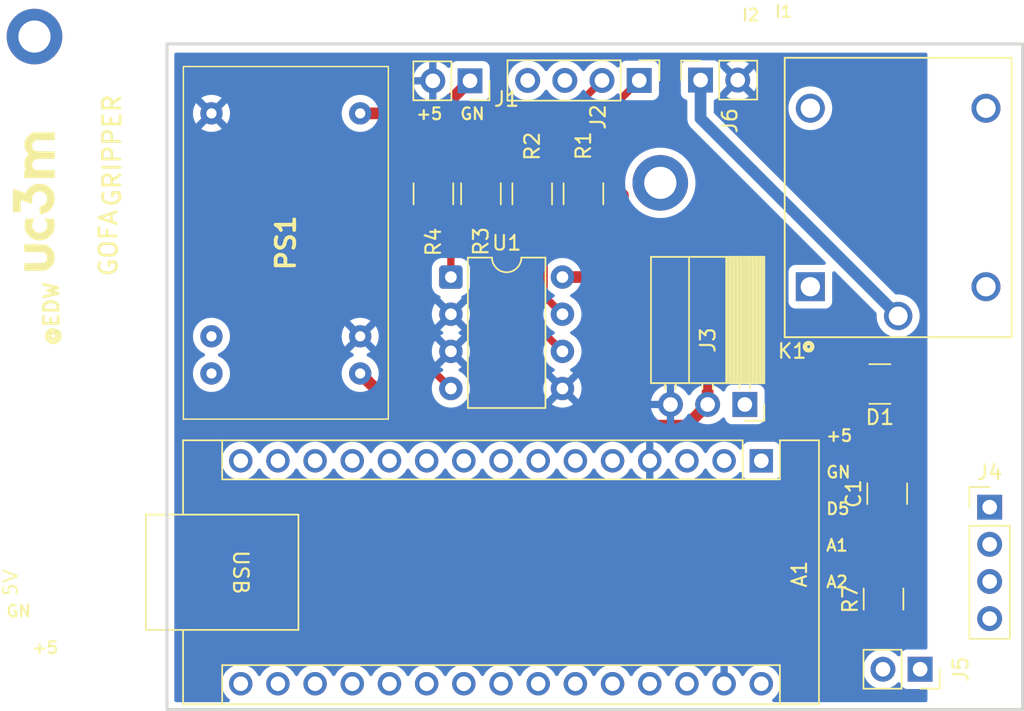
<source format=kicad_pcb>
(kicad_pcb (version 20241229) (generator "pcbnew") (generator_version "9.0")
  (layers (0 "F.Cu" signal) (2 "B.Cu" signal) (13 "F.Paste" user) (15 "B.Paste" user) (5 "F.SilkS" user "F.Silkscreen") (7 "B.SilkS" user "B.Silkscreen") (1 "F.Mask" user) (3 "B.Mask" user) (25 "Edge.Cuts" user))
  (net 0 "")
  (net 1 "+5V")
  (net 2 "GND")
  (net 3 "+24V")
  (net 4 "Net-(J2-Pin_2)")
  (net 5 "Net-(J2-Pin_1)")
  (net 6 "/PWM")
  (net 9 "/DI1")
  (net 10 "/DI2")
  (net 11 "Net-(U1-A1)")
  (net 12 "Net-(U1-A2)")
  (net 23 "Net-(A1-A1)")
  (net 29 "/D5")
  (net 34 "Net-(A1-A2)")
  (net 36 "/MagnetDO")
  (net 37 "Net-(D1-K)")
  (net 40 "Net-(J6-Pin_1)")
  (footprint "Relay_THT:RELAY_SRD-05VDC-SL-C" (layer "F.Cu") (at 139 83.5 90)
    (property "Reference" "K1" (at -10.5 -7.25 0) (layer "F.SilkS") (effects (font (size 1.000094 1.000094))))
    (property "Value" "SRD-05VDC-SL-C")
    (fp_line (start 9.55 -7.75) (end 9.55 7.75) (stroke (width 0.127)) (layer "F.SilkS"))
    (fp_line (start -9.55 -7.75) (end 9.55 -7.75) (stroke (width 0.127)) (layer "F.SilkS"))
    (fp_line (start 9.55 7.75) (end -9.55 7.75) (stroke (width 0.127)) (layer "F.SilkS"))
    (fp_line (start -9.55 7.75) (end -9.55 -7.75) (stroke (width 0.127)) (layer "F.SilkS"))
    (fp_circle (center -10.2 -6.119) (end -10.1 -6.119) (stroke (width 0.3)) (fill no) (layer "F.SilkS"))
    (pad "A1" thru_hole rect (at -6.1 -6 90) (size 1.98 1.98) (drill 1.32) (layers "*.Cu" "*.Mask") (net 36 "/MagnetDO"))
    (pad "A2" thru_hole circle (at -6.1 6 90) (size 1.98 1.98) (drill 1.32) (layers "*.Cu" "*.Mask") (net 2 "GND"))
    (pad "COM" thru_hole circle (at -8.1 0 90) (size 1.935 1.935) (drill 1.29) (layers "*.Cu" "*.Mask") (net 40 "Net-(J6-Pin_1)"))
    (pad "NC" thru_hole circle (at 6.1 -6 90) (size 1.98 1.98) (drill 1.32) (layers "*.Cu" "*.Mask"))
    (pad "NO" thru_hole circle (at 6.1 6 90) (size 1.98 1.98) (drill 1.32) (layers "*.Cu" "*.Mask") (net 37 "Net-(D1-K)"))
  )
  (footprint "Capacitor_SMD:C_1210_3225Metric" (layer "F.Cu") (at 138.25 103.75 90)
    (property "Reference" "C1" (at 0 -2.3 90) (layer "F.SilkS"))
    (property "Value" "C" (hide yes))
    (fp_line (start -0.711252 -1.36) (end 0.711252 -1.36) (stroke (width 0.12)) (layer "F.SilkS"))
    (fp_line (start -0.711252 1.36) (end 0.711252 1.36) (stroke (width 0.12)) (layer "F.SilkS"))
    (pad "1" smd roundrect (at -1.475 0 90) (size 1.15 2.7) (layers "F.Cu" "F.Mask" "F.Paste") (roundrect_rratio 0.217391) (net 1 "+5V"))
    (pad "2" smd roundrect (at 1.475 0 90) (size 1.15 2.7) (layers "F.Cu" "F.Mask" "F.Paste") (roundrect_rratio 0.217391) (net 2 "GND"))
  )
  (footprint "MountingHole:MountingHole_2.2mm_M2_DIN965_Pad" (layer "F.Cu") (at 122.75 82.5)
    (property "Reference" "H2" (hide yes))
    (property "Value" "MountingHole" (hide yes))
    (pad "1" thru_hole circle (at 0 0) (size 3.8 3.8) (drill 2.2) (layers "*.Cu" "*.Mask"))
  )
  (footprint "Resistor_SMD:R_1210_3225Metric" (layer "F.Cu") (at 117.5 83.25 -90)
    (property "Reference" "R1" (at -3.2875 0 90) (layer "F.SilkS"))
    (property "Value" "10k" (hide yes))
    (fp_line (start -0.723737 1.355) (end 0.723737 1.355) (stroke (width 0.12)) (layer "F.SilkS"))
    (fp_line (start -0.723737 -1.355) (end 0.723737 -1.355) (stroke (width 0.12)) (layer "F.SilkS"))
    (pad "1" smd roundrect (at -1.4625 0 270) (size 1.125 2.65) (layers "F.Cu" "F.Mask" "F.Paste") (roundrect_rratio 0.222222) (net 1 "+5V"))
    (pad "2" smd roundrect (at 1.4625 0 270) (size 1.125 2.65) (layers "F.Cu" "F.Mask" "F.Paste") (roundrect_rratio 0.222222) (net 9 "/DI1"))
  )
  (footprint "Resistor_SMD:R_1210_3225Metric" (layer "F.Cu") (at 107.25 83.25 -90)
    (property "Reference" "R4" (at 3.2875 0 90) (layer "F.SilkS"))
    (property "Value" "2k7" (hide yes))
    (fp_line (start -0.723737 1.355) (end 0.723737 1.355) (stroke (width 0.12)) (layer "F.SilkS"))
    (fp_line (start -0.723737 -1.355) (end 0.723737 -1.355) (stroke (width 0.12)) (layer "F.SilkS"))
    (pad "1" smd roundrect (at -1.4625 0 270) (size 1.125 2.65) (layers "F.Cu" "F.Mask" "F.Paste") (roundrect_rratio 0.222222) (net 4 "Net-(J2-Pin_2)"))
    (pad "2" smd roundrect (at 1.4625 0 270) (size 1.125 2.65) (layers "F.Cu" "F.Mask" "F.Paste") (roundrect_rratio 0.222222) (net 12 "Net-(U1-A2)"))
  )
  (footprint "Connector_PinHeader_2.54mm:PinHeader_1x04_P2.54mm_Vertical" (layer "F.Cu") (at 121.31 75.5 -90)
    (property "Reference" "J2" (at 2.5 2.81 270) (layer "F.SilkS"))
    (property "Value" "Input" (hide yes))
    (fp_line (start -1.38 9) (end 1.38 9) (stroke (width 0.12)) (layer "F.SilkS"))
    (fp_line (start -1.38 1.27) (end -1.38 9) (stroke (width 0.12)) (layer "F.SilkS"))
    (fp_line (start -1.38 1.27) (end 1.38 1.27) (stroke (width 0.12)) (layer "F.SilkS"))
    (fp_line (start 1.38 1.27) (end 1.38 9) (stroke (width 0.12)) (layer "F.SilkS"))
    (fp_line (start -1.38 0) (end -1.38 -1.38) (stroke (width 0.12)) (layer "F.SilkS"))
    (fp_line (start -1.38 -1.38) (end 0 -1.38) (stroke (width 0.12)) (layer "F.SilkS"))
    (pad "1" thru_hole rect (at 0 0 270) (size 1.7 1.7) (drill 1) (layers "*.Cu" "*.Mask") (net 5 "Net-(J2-Pin_1)"))
    (pad "2" thru_hole circle (at 0 2.54 270) (size 1.7 1.7) (drill 1) (layers "*.Cu" "*.Mask") (net 4 "Net-(J2-Pin_2)"))
    (pad "3" thru_hole circle (at 0 5.08 270) (size 1.7 1.7) (drill 1) (layers "*.Cu" "*.Mask"))
    (pad "4" thru_hole circle (at 0 7.62 270) (size 1.7 1.7) (drill 1) (layers "*.Cu" "*.Mask"))
  )
  (footprint "MountingHole:MountingHole_2.2mm_M2_DIN965_Pad" (layer "F.Cu") (at 80 72.5)
    (property "Reference" "H2" (hide yes))
    (property "Value" "MountingHole_2.2mm_M2_DIN965_Pad" (hide yes))
    (pad "1" thru_hole circle (at 0 0) (size 3.8 3.8) (drill 2.2) (layers "*.Cu" "*.Mask"))
  )
  (footprint "Resistor_SMD:R_1210_3225Metric_Pad1.30x2.65mm_HandSolder" (layer "F.Cu") (at 138 110.95 90)
    (property "Reference" "R7" (at 0 -2.28 90) (layer "F.SilkS"))
    (property "Value" "R" (hide yes))
    (fp_line (start -0.723737 -1.355) (end 0.723737 -1.355) (stroke (width 0.12)) (layer "F.SilkS"))
    (fp_line (start -0.723737 1.355) (end 0.723737 1.355) (stroke (width 0.12)) (layer "F.SilkS"))
    (pad "1" smd roundrect (at -1.55 0 90) (size 1.3 2.65) (layers "F.Cu" "F.Mask" "F.Paste") (roundrect_rratio 0.192308) (net 34 "Net-(A1-A2)"))
    (pad "2" smd roundrect (at 1.55 0 90) (size 1.3 2.65) (layers "F.Cu" "F.Mask" "F.Paste") (roundrect_rratio 0.192308) (net 2 "GND"))
  )
  (footprint "Connector_PinSocket_2.54mm:PinSocket_1x03_P2.54mm_Horizontal" (layer "F.Cu") (at 128.525 97.65 -90)
    (property "Reference" "J3" (at -4.4 2.525 90) (layer "F.SilkS"))
    (property "Value" "Servo" (hide yes))
    (fp_line (start -10.09 6.41) (end -1.46 6.41) (stroke (width 0.12)) (layer "F.SilkS"))
    (fp_line (start -1.46 5.44) (end -1.05 5.44) (stroke (width 0.12)) (layer "F.SilkS"))
    (fp_line (start -1.46 4.72) (end -1.05 4.72) (stroke (width 0.12)) (layer "F.SilkS"))
    (fp_line (start -10.09 3.81) (end -1.46 3.81) (stroke (width 0.12)) (layer "F.SilkS"))
    (fp_line (start -1.46 2.9) (end -1.05 2.9) (stroke (width 0.12)) (layer "F.SilkS"))
    (fp_line (start -1.46 2.18) (end -1.05 2.18) (stroke (width 0.12)) (layer "F.SilkS"))
    (fp_line (start -10.09 1.27) (end -1.46 1.27) (stroke (width 0.12)) (layer "F.SilkS"))
    (fp_line (start -10.09 1.1519) (end -1.46 1.1519) (stroke (width 0.12)) (layer "F.SilkS"))
    (fp_line (start -10.09 1.033805) (end -1.46 1.033805) (stroke (width 0.12)) (layer "F.SilkS"))
    (fp_line (start -10.09 0.91571) (end -1.46 0.91571) (stroke (width 0.12)) (layer "F.SilkS"))
    (fp_line (start -10.09 0.797615) (end -1.46 0.797615) (stroke (width 0.12)) (layer "F.SilkS"))
    (fp_line (start -10.09 0.67952) (end -1.46 0.67952) (stroke (width 0.12)) (layer "F.SilkS"))
    (fp_line (start -10.09 0.561425) (end -1.46 0.561425) (stroke (width 0.12)) (layer "F.SilkS"))
    (fp_line (start -10.09 0.44333) (end -1.46 0.44333) (stroke (width 0.12)) (layer "F.SilkS"))
    (fp_line (start -1.46 0.36) (end -1.11 0.36) (stroke (width 0.12)) (layer "F.SilkS"))
    (fp_line (start -10.09 0.325235) (end -1.46 0.325235) (stroke (width 0.12)) (layer "F.SilkS"))
    (fp_line (start -10.09 0.20714) (end -1.46 0.20714) (stroke (width 0.12)) (layer "F.SilkS"))
    (fp_line (start -10.09 0.089045) (end -1.46 0.089045) (stroke (width 0.12)) (layer "F.SilkS"))
    (fp_line (start -10.09 -0.02905) (end -1.46 -0.02905) (stroke (width 0.12)) (layer "F.SilkS"))
    (fp_line (start -10.09 -0.147145) (end -1.46 -0.147145) (stroke (width 0.12)) (layer "F.SilkS"))
    (fp_line (start -10.09 -0.26524) (end -1.46 -0.26524) (stroke (width 0.12)) (layer "F.SilkS"))
    (fp_line (start -1.46 -0.36) (end -1.11 -0.36) (stroke (width 0.12)) (layer "F.SilkS"))
    (fp_line (start -10.09 -0.383335) (end -1.46 -0.383335) (stroke (width 0.12)) (layer "F.SilkS"))
    (fp_line (start -10.09 -0.50143) (end -1.46 -0.50143) (stroke (width 0.12)) (layer "F.SilkS"))
    (fp_line (start -10.09 -0.619525) (end -1.46 -0.619525) (stroke (width 0.12)) (layer "F.SilkS"))
    (fp_line (start -10.09 -0.73762) (end -1.46 -0.73762) (stroke (width 0.12)) (layer "F.SilkS"))
    (fp_line (start -10.09 -0.855715) (end -1.46 -0.855715) (stroke (width 0.12)) (layer "F.SilkS"))
    (fp_line (start -10.09 -0.97381) (end -1.46 -0.97381) (stroke (width 0.12)) (layer "F.SilkS"))
    (fp_line (start -10.09 -1.091905) (end -1.46 -1.091905) (stroke (width 0.12)) (layer "F.SilkS"))
    (fp_line (start -10.09 -1.21) (end -1.46 -1.21) (stroke (width 0.12)) (layer "F.SilkS"))
    (fp_line (start -10.09 -1.33) (end -10.09 6.41) (stroke (width 0.12)) (layer "F.SilkS"))
    (fp_line (start -10.09 -1.33) (end -1.46 -1.33) (stroke (width 0.12)) (layer "F.SilkS"))
    (fp_line (start -1.46 -1.33) (end -1.46 6.41) (stroke (width 0.12)) (layer "F.SilkS"))
    (fp_line (start 0 -1.33) (end 1.11 -1.33) (stroke (width 0.12)) (layer "F.SilkS"))
    (fp_line (start 1.11 -1.33) (end 1.11 0) (stroke (width 0.12)) (layer "F.SilkS"))
    (pad "1" thru_hole rect (at 0 0 270) (size 1.7 1.7) (drill 1) (layers "*.Cu" "*.Mask") (net 6 "/PWM"))
    (pad "2" thru_hole oval (at 0 2.54 270) (size 1.7 1.7) (drill 1) (layers "*.Cu" "*.Mask") (net 1 "+5V"))
    (pad "3" thru_hole oval (at 0 5.08 270) (size 1.7 1.7) (drill 1) (layers "*.Cu" "*.Mask") (net 2 "GND"))
  )
  (footprint "Module:Arduino_Nano" (layer "F.Cu") (at 129.65 101.5 -90)
    (property "Reference" "A1" (at 7.75 -2.6 90) (layer "F.SilkS"))
    (property "Value" "Arduino_Nano_Every")
    (fp_line (start 3.68 42.04) (end 3.68 31.62) (stroke (width 0.12)) (layer "F.SilkS"))
    (fp_line (start 11.56 42.04) (end 3.68 42.04) (stroke (width 0.12)) (layer "F.SilkS"))
    (fp_line (start -1.4 39.5) (end 3.68 39.5) (stroke (width 0.12)) (layer "F.SilkS"))
    (fp_line (start 16.64 39.5) (end 11.56 39.5) (stroke (width 0.12)) (layer "F.SilkS"))
    (fp_line (start 16.64 39.5) (end 16.64 -3.94) (stroke (width 0.12)) (layer "F.SilkS"))
    (fp_line (start 1.27 36.83) (end -1.4 36.83) (stroke (width 0.12)) (layer "F.SilkS"))
    (fp_line (start 13.97 36.83) (end 16.64 36.83) (stroke (width 0.12)) (layer "F.SilkS"))
    (fp_line (start 3.68 31.62) (end 11.56 31.62) (stroke (width 0.12)) (layer "F.SilkS"))
    (fp_line (start 11.56 31.62) (end 11.56 42.04) (stroke (width 0.12)) (layer "F.SilkS"))
    (fp_line (start -1.4 1.27) (end -1.4 39.5) (stroke (width 0.12)) (layer "F.SilkS"))
    (fp_line (start 1.27 1.27) (end 1.27 36.83) (stroke (width 0.12)) (layer "F.SilkS"))
    (fp_line (start 1.27 1.27) (end -1.4 1.27) (stroke (width 0.12)) (layer "F.SilkS"))
    (fp_line (start 1.27 1.27) (end 1.27 -1.27) (stroke (width 0.12)) (layer "F.SilkS"))
    (fp_line (start 1.27 -1.27) (end -1.4 -1.27) (stroke (width 0.12)) (layer "F.SilkS"))
    (fp_line (start 13.97 -1.27) (end 13.97 36.83) (stroke (width 0.12)) (layer "F.SilkS"))
    (fp_line (start 13.97 -1.27) (end 16.64 -1.27) (stroke (width 0.12)) (layer "F.SilkS"))
    (fp_line (start -1.4 -3.94) (end -1.4 -1.27) (stroke (width 0.12)) (layer "F.SilkS"))
    (fp_line (start 16.64 -3.94) (end -1.4 -3.94) (stroke (width 0.12)) (layer "F.SilkS"))
    (fp_text user "USB" (at 7.62 35.56 270) (layer "F.SilkS"))
    (pad "1" thru_hole rect (at 0 0 270) (size 1.6 1.6) (drill 1) (layers "*.Cu" "*.Mask"))
    (pad "2" thru_hole oval (at 0 2.54 270) (size 1.6 1.6) (drill 1) (layers "*.Cu" "*.Mask"))
    (pad "3" thru_hole oval (at 0 5.08 270) (size 1.6 1.6) (drill 1) (layers "*.Cu" "*.Mask"))
    (pad "4" thru_hole oval (at 0 7.62 270) (size 1.6 1.6) (drill 1) (layers "*.Cu" "*.Mask") (net 2 "GND"))
    (pad "5" thru_hole oval (at 0 10.16 270) (size 1.6 1.6) (drill 1) (layers "*.Cu" "*.Mask") (net 9 "/DI1"))
    (pad "6" thru_hole oval (at 0 12.7 270) (size 1.6 1.6) (drill 1) (layers "*.Cu" "*.Mask") (net 10 "/DI2"))
    (pad "7" thru_hole oval (at 0 15.24 270) (size 1.6 1.6) (drill 1) (layers "*.Cu" "*.Mask"))
    (pad "8" thru_hole oval (at 0 17.78 270) (size 1.6 1.6) (drill 1) (layers "*.Cu" "*.Mask") (net 29 "/D5"))
    (pad "9" thru_hole oval (at 0 20.32 270) (size 1.6 1.6) (drill 1) (layers "*.Cu" "*.Mask"))
    (pad "10" thru_hole oval (at 0 22.86 270) (size 1.6 1.6) (drill 1) (layers "*.Cu" "*.Mask") (net 36 "/MagnetDO"))
    (pad "11" thru_hole oval (at 0 25.4 270) (size 1.6 1.6) (drill 1) (layers "*.Cu" "*.Mask"))
    (pad "12" thru_hole oval (at 0 27.94 270) (size 1.6 1.6) (drill 1) (layers "*.Cu" "*.Mask") (net 6 "/PWM"))
    (pad "13" thru_hole oval (at 0 30.48 270) (size 1.6 1.6) (drill 1) (layers "*.Cu" "*.Mask"))
    (pad "14" thru_hole oval (at 0 33.02 270) (size 1.6 1.6) (drill 1) (layers "*.Cu" "*.Mask"))
    (pad "15" thru_hole oval (at 0 35.56 270) (size 1.6 1.6) (drill 1) (layers "*.Cu" "*.Mask"))
    (pad "16" thru_hole oval (at 15.24 35.56 270) (size 1.6 1.6) (drill 1) (layers "*.Cu" "*.Mask"))
    (pad "17" thru_hole oval (at 15.24 33.02 270) (size 1.6 1.6) (drill 1) (layers "*.Cu" "*.Mask"))
    (pad "18" thru_hole oval (at 15.24 30.48 270) (size 1.6 1.6) (drill 1) (layers "*.Cu" "*.Mask"))
    (pad "19" thru_hole oval (at 15.24 27.94 270) (size 1.6 1.6) (drill 1) (layers "*.Cu" "*.Mask"))
    (pad "20" thru_hole oval (at 15.24 25.4 270) (size 1.6 1.6) (drill 1) (layers "*.Cu" "*.Mask") (net 23 "Net-(A1-A1)"))
    (pad "21" thru_hole oval (at 15.24 22.86 270) (size 1.6 1.6) (drill 1) (layers "*.Cu" "*.Mask") (net 34 "Net-(A1-A2)"))
    (pad "22" thru_hole oval (at 15.24 20.32 270) (size 1.6 1.6) (drill 1) (layers "*.Cu" "*.Mask"))
    (pad "23" thru_hole oval (at 15.24 17.78 270) (size 1.6 1.6) (drill 1) (layers "*.Cu" "*.Mask"))
    (pad "24" thru_hole oval (at 15.24 15.24 270) (size 1.6 1.6) (drill 1) (layers "*.Cu" "*.Mask"))
    (pad "25" thru_hole oval (at 15.24 12.7 270) (size 1.6 1.6) (drill 1) (layers "*.Cu" "*.Mask"))
    (pad "26" thru_hole oval (at 15.24 10.16 270) (size 1.6 1.6) (drill 1) (layers "*.Cu" "*.Mask"))
    (pad "27" thru_hole oval (at 15.24 7.62 270) (size 1.6 1.6) (drill 1) (layers "*.Cu" "*.Mask") (net 1 "+5V"))
    (pad "28" thru_hole oval (at 15.24 5.08 270) (size 1.6 1.6) (drill 1) (layers "*.Cu" "*.Mask"))
    (pad "29" thru_hole oval (at 15.24 2.54 270) (size 1.6 1.6) (drill 1) (layers "*.Cu" "*.Mask") (net 2 "GND"))
    (pad "30" thru_hole oval (at 15.24 0 270) (size 1.6 1.6) (drill 1) (layers "*.Cu" "*.Mask"))
  )
  (footprint "LOGO" (layer "F.Cu") (at 80 83.75 90)
    (property "Reference" "G" (hide yes))
    (property "Value" "LOGO" (hide yes))
    (fp_poly (pts (xy -2.954777 0.004678) (xy -2.961195 0.716246) (xy -3.029292 0.859994) (xy -3.131772 1.031016) (xy -3.262969 1.170671) (xy -3.42478 1.28089) (xy -3.459302 1.298743) (xy -3.540138 1.336829) (xy -3.605613 1.360832) (xy -3.671624 1.374474) (xy -3.754068 1.381474) (xy -3.824706 1.384246) (xy -3.943974 1.385095) (xy -4.034413 1.378018) (xy -4.109447 1.361652) (xy -4.137401 1.352468) (xy -4.323984 1.266151) (xy -4.479456 1.150896) (xy -4.605522 1.005178) (xy -4.689496 0.859059) (xy -4.757155 0.716246) (xy -4.763573 0.004678) (xy -4.769991 -0.706889) (xy -4.507007 -0.700877) (xy -4.244024 -0.694865) (xy -4.233334 -0.030359) (xy -4.222643 0.634147) (xy -4.165054 0.709603) (xy -4.079039 0.791284) (xy -3.97607 0.840989) (xy -3.8648 0.859164) (xy -3.753878 0.846253) (xy -3.651958 0.8027) (xy -3.56769 0.728948) (xy -3.5328 0.677144) (xy -3.522036 0.652928) (xy -3.5133 0.620491) (xy -3.506268 0.574982) (xy -3.50062 0.511547) (xy -3.496033 0.425334) (xy -3.492185 0.31149) (xy -3.488754 0.165161) (xy -3.485418 -0.018505) (xy -3.485017 -0.042761) (xy -3.474327 -0.694865) (xy -3.211343 -0.700877) (xy -2.94836 -0.706889)) (fill yes) (layer "F.SilkS"))
    (fp_poly (pts (xy -1.445597 -0.665355) (xy -1.338532 -0.640555) (xy -1.197307 -0.596935) (xy -1.197307 -0.286689) (xy -1.197307 0.023556) (xy -1.267944 -0.030321) (xy -1.398032 -0.106631) (xy -1.53754 -0.148423) (xy -1.678861 -0.156081) (xy -1.814389 -0.129989) (xy -1.936519 -0.07053) (xy -2.025845 0.00792) (xy -2.107042 0.124022) (xy -2.149886 0.247868) (xy -2.159428 0.356075) (xy -2.140733 0.496904) (xy -2.088414 0.618407) (xy -2.008117 0.718179) (xy -1.905488 0.793815) (xy -1.786174 0.842908) (xy -1.655821 0.863055) (xy -1.520077 0.851847) (xy -1.384586 0.806882) (xy -1.267944 0.735877) (xy -1.197307 0.681999) (xy -1.197307 0.992245) (xy -1.197307 1.30249) (xy -1.338532 1.34611) (xy -1.510288 1.381887) (xy -1.693333 1.390053) (xy -1.871482 1.370786) (xy -1.990663 1.338965) (xy -2.177047 1.251914) (xy -2.339052 1.133663) (xy -2.473972 0.989222) (xy -2.579101 0.823604) (xy -2.651733 0.64182) (xy -2.689162 0.448881) (xy -2.688682 0.2498) (xy -2.661202 0.0971) (xy -2.592261 -0.08898) (xy -2.489234 -0.259329) (xy -2.357716 -0.408368) (xy -2.203302 -0.530516) (xy -2.031589 -0.620192) (xy -1.900472 -0.6615) (xy -1.759823 -0.680875) (xy -1.601378 -0.681906)) (fill yes) (layer "F.SilkS"))
    (fp_poly (pts (xy 1.844065 -0.700869) (xy 2.105976 -0.694865) (xy 2.112572 -0.637825) (xy 2.119168 -0.580784) (xy 2.21456 -0.62298) (xy 2.390407 -0.67842) (xy 2.571625 -0.694339) (xy 2.751146 -0.671804) (xy 2.921906 -0.611885) (xy 3.076837 -0.515648) (xy 3.110515 -0.487586) (xy 3.207823 -0.401933) (xy 3.292201 -0.478163) (xy 3.441231 -0.586272) (xy 3.602902 -0.656738) (xy 3.771824 -0.690691) (xy 3.942611 -0.689265) (xy 4.109874 -0.653589) (xy 4.268226 -0.584796) (xy 4.412277 -0.484017) (xy 4.536642 -0.352384) (xy 4.633249 -0.196534) (xy 4.693013 -0.074832) (xy 4.699636 0.657449) (xy 4.706259 1.38973) (xy 4.437725 1.38973) (xy 4.169192 1.38973) (xy 4.16884 0.753661) (xy 4.168638 0.571762) (xy 4.168027 0.427472) (xy 4.166659 0.315636) (xy 4.164189 0.231104) (xy 4.160271 0.168722) (xy 4.154558 0.123337) (xy 4.146705 0.089797) (xy 4.136364 0.062949) (xy 4.123191 0.037641) (xy 4.120408 0.032703) (xy 4.043043 -0.064922) (xy 3.94496 -0.129727) (xy 3.834256 -0.160231) (xy 3.719026 -0.154953) (xy 3.607365 -0.112415) (xy 3.549362 -0.071723) (xy 3.511716 -0.039055) (xy 3.481545 -0.007856) (xy 3.457963 0.026883) (xy 3.440085 0.070166) (xy 3.427026 0.127002) (xy 3.417901 0.202395) (xy 3.411824 0.301353) (xy 3.407909 0.428882) (xy 3.405272 0.589988) (xy 3.403411 0.753661) (xy 3.396636 1.38973) (xy 3.1415 1.38973) (xy 2.886363 1.38973) (xy 2.886244 0.796422) (xy 2.885295 0.603688) (xy 2.882616 0.437127) (xy 2.878341 0.30052) (xy 2.872602 0.197652) (xy 2.865531 0.132306) (xy 2.862516 0.118074) (xy 2.815573 0.019878) (xy 2.738948 -0.06363) (xy 2.642869 -0.125879) (xy 2.537563 -0.160295) (xy 2.433258 -0.160307) (xy 2.430239 -0.159705) (xy 2.325573 -0.120109) (xy 2.232925 -0.05219) (xy 2.166283 0.033296) (xy 2.158219 0.04952) (xy 2.146398 0.078752) (xy 2.137095 0.111892) (xy 2.130006 0.154192) (xy 2.124831 0.210903) (xy 2.121266 0.287277) (xy 2.119011 0.388567) (xy 2.117764 0.520022) (xy 2.117222 0.686895) (xy 2.117136 0.764352) (xy 2.116666 1.38973) (xy 1.849411 1.38973) (xy 1.582155 1.38973) (xy 1.582155 0.341429) (xy 1.582155 -0.706872)) (fill yes) (layer "F.SilkS"))
    (fp_poly (pts (xy 0.233851 -1.475003) (xy 0.400074 -1.47429) (xy 0.547445 -1.473173) (xy 0.671292 -1.471706) (xy 0.766939 -1.469948) (xy 0.829712 -1.467954) (xy 0.854936 -1.465781) (xy 0.855219 -1.465522) (xy 0.847938 -1.444568) (xy 0.827936 -1.390943) (xy 0.797976 -1.311838) (xy 0.760818 -1.214441) (xy 0.719224 -1.105943) (xy 0.675957 -0.993533) (xy 0.633778 -0.8844) (xy 0.595449 -0.785734) (xy 0.563731 -0.704724) (xy 0.541555 -0.648977) (xy 0.553461 -0.626909) (xy 0.594641 -0.596201) (xy 0.634632 -0.57431) (xy 0.737448 -0.509687) (xy 0.846163 -0.417115) (xy 0.949847 -0.307954) (xy 1.037573 -0.193567) (xy 1.09258 -0.098268) (xy 1.162199 0.097672) (xy 1.191779 0.296219) (xy 1.183394 0.49254) (xy 1.139113 0.6818) (xy 1.061008 0.859164) (xy 0.95115 1.019798) (xy 0.811609 1.158868) (xy 0.644458 1.271539) (xy 0.473965 1.345759) (xy 0.3206 1.380298) (xy 0.149327 1.390567) (xy -0.022645 1.376691) (xy -0.171538 1.341072) (xy -0.365357 1.255731) (xy -0.528722 1.14124) (xy -0.664468 0.9951) (xy -0.775428 0.814811) (xy -0.781153 0.803274) (xy -0.815215 0.722124) (xy -0.845573 0.62898) (xy -0.869726 0.534714) (xy -0.885174 0.450199) (xy -0.889416 0.386305) (xy -0.883545 0.358123) (xy -0.859709 0.351895) (xy -0.801813 0.346795) (xy -0.718553 0.34335) (xy -0.618772 0.342087) (xy -0.510414 0.342616) (xy -0.437783 0.344918) (xy -0.393854 0.350065) (xy -0.371598 0.35913) (xy -0.363988 0.373183) (xy -0.363468 0.38104) (xy -0.351406 0.452608) (xy -0.32001 0.540514) (xy -0.276468 0.62755) (xy -0.235216 0.688068) (xy -0.137967 0.774408) (xy -0.016025 0.833629) (xy 0.118421 0.860247) (xy 0.149663 0.861182) (xy 0.297504 0.842196) (xy 0.424942 0.785766) (xy 0.531098 0.693669) (xy 0.613378 0.570418) (xy 0.656599 0.436441) (xy 0.660761 0.298414) (xy 0.625863 0.163014) (xy 0.551906 0.036917) (xy 0.531098 0.011886) (xy 0.462451 -0.055098) (xy 0.386981 -0.10319) (xy 0.295711 -0.135625) (xy 0.179667 -0.15564) (xy 0.037416 -0.16614) (xy -0.05591 -0.171838) (xy -0.131012 -0.179233) (xy -0.179165 -0.187285) (xy -0.192424 -0.193575) (xy -0.18517 -0.216981) (xy -0.165289 -0.272767) (xy -0.135605 -0.353444) (xy -0.098942 -0.451521) (xy -0.058123 -0.559506) (xy -0.015972 -0.669909) (xy 0.024688 -0.775238) (xy 0.061034 -0.868003) (xy 0.075098 -0.903325) (xy 0.077648 -0.916158) (xy 0.07001 -0.925676) (xy 0.04688 -0.932371) (xy 0.002951 -0.936733) (xy -0.067082 -0.939255) (xy -0.168525 -0.940426) (xy -0.306684 -0.940738) (xy -0.32911 -0.940741) (xy -0.748317 -0.940741) (xy -0.748317 -1.207997) (xy -0.748317 -1.475253) (xy 0.053451 -1.475253)) (fill yes) (layer "F.SilkS"))
  )
  (footprint "TestPoint:TEL82411" (layer "F.Cu") (at 92.09 77.75 -90)
    (property "Reference" "PS1" (at 8.85 -5.08 90) (layer "F.SilkS") (effects (font (size 1.27 1.27) (thickness 0.254))))
    (property "Value" "TEL_8-2411" (hide yes))
    (fp_line (start -3.2 1.92) (end 20.9 1.92) (stroke (width 0.1)) (layer "F.SilkS"))
    (fp_line (start 20.9 1.92) (end 20.9 -12.08) (stroke (width 0.1)) (layer "F.SilkS"))
    (fp_line (start -3.2 -12.08) (end -3.2 1.92) (stroke (width 0.1)) (layer "F.SilkS"))
    (fp_line (start 20.9 -12.08) (end -3.2 -12.08) (stroke (width 0.1)) (layer "F.SilkS"))
    (pad "1" thru_hole circle (at 0 0 270) (size 1.524 1.524) (drill 0.7) (layers "*.Cu" "*.Mask") (net 2 "GND"))
    (pad "7" thru_hole circle (at 15.24 0 270) (size 1.524 1.524) (drill 0.7) (layers "*.Cu" "*.Mask"))
    (pad "8" thru_hole circle (at 17.78 0 270) (size 1.524 1.524) (drill 0.7) (layers "*.Cu" "*.Mask"))
    (pad "9" thru_hole circle (at 17.78 -10.16 270) (size 1.524 1.524) (drill 0.7) (layers "*.Cu" "*.Mask") (net 1 "+5V"))
    (pad "10" thru_hole circle (at 15.24 -10.16 270) (size 1.524 1.524) (drill 0.7) (layers "*.Cu" "*.Mask") (net 2 "GND"))
    (pad "16" thru_hole circle (at 0 -10.16 270) (size 1.524 1.524) (drill 0.7) (layers "*.Cu" "*.Mask") (net 3 "+24V"))
  )
  (footprint "Connector_PinSocket_2.54mm:PinSocket_1x02_P2.54mm_Vertical" (layer "F.Cu") (at 140.5 115.75 -90)
    (property "Reference" "J5" (at 0 -2.77 90) (layer "F.SilkS"))
    (property "Value" "FSR")
    (fp_line (start -1.33 3.87) (end 1.33 3.87) (stroke (width 0.12)) (layer "F.SilkS"))
    (fp_line (start -1.33 1.27) (end -1.33 3.87) (stroke (width 0.12)) (layer "F.SilkS"))
    (fp_line (start -1.33 1.27) (end 1.33 1.27) (stroke (width 0.12)) (layer "F.SilkS"))
    (fp_line (start 1.33 1.27) (end 1.33 3.87) (stroke (width 0.12)) (layer "F.SilkS"))
    (fp_line (start 0 -1.33) (end 1.33 -1.33) (stroke (width 0.12)) (layer "F.SilkS"))
    (fp_line (start 1.33 -1.33) (end 1.33 0) (stroke (width 0.12)) (layer "F.SilkS"))
    (pad "1" thru_hole rect (at 0 0 270) (size 1.7 1.7) (drill 1) (layers "*.Cu" "*.Mask") (net 1 "+5V"))
    (pad "2" thru_hole circle (at 0 2.54 270) (size 1.7 1.7) (drill 1) (layers "*.Cu" "*.Mask") (net 34 "Net-(A1-A2)"))
  )
  (footprint "Resistor_SMD:R_1210_3225Metric" (layer "F.Cu") (at 114 83.25 -90)
    (property "Reference" "R2" (at -3.25 0 90) (layer "F.SilkS"))
    (property "Value" "10k" (hide yes))
    (fp_line (start -0.723737 1.355) (end 0.723737 1.355) (stroke (width 0.12)) (layer "F.SilkS"))
    (fp_line (start -0.723737 -1.355) (end 0.723737 -1.355) (stroke (width 0.12)) (layer "F.SilkS"))
    (pad "1" smd roundrect (at -1.4625 0 270) (size 1.125 2.65) (layers "F.Cu" "F.Mask" "F.Paste") (roundrect_rratio 0.222222) (net 1 "+5V"))
    (pad "2" smd roundrect (at 1.4625 0 270) (size 1.125 2.65) (layers "F.Cu" "F.Mask" "F.Paste") (roundrect_rratio 0.222222) (net 10 "/DI2"))
  )
  (footprint "Connector_PinSocket_2.54mm:PinSocket_1x02_P2.54mm_Vertical" (layer "F.Cu") (at 125.5 75.475 90)
    (property "Reference" "J6" (at -2.775 2 90) (layer "F.SilkS"))
    (property "Value" "Magnet")
    (fp_line (start 1.33 -1.33) (end 1.33 0) (stroke (width 0.12)) (layer "F.SilkS"))
    (fp_line (start 0 -1.33) (end 1.33 -1.33) (stroke (width 0.12)) (layer "F.SilkS"))
    (fp_line (start 1.33 1.27) (end 1.33 3.87) (stroke (width 0.12)) (layer "F.SilkS"))
    (fp_line (start -1.33 1.27) (end 1.33 1.27) (stroke (width 0.12)) (layer "F.SilkS"))
    (fp_line (start -1.33 1.27) (end -1.33 3.87) (stroke (width 0.12)) (layer "F.SilkS"))
    (fp_line (start -1.33 3.87) (end 1.33 3.87) (stroke (width 0.12)) (layer "F.SilkS"))
    (pad "1" thru_hole rect (at 0 0 90) (size 1.7 1.7) (drill 1) (layers "*.Cu" "*.Mask") (net 40 "Net-(J6-Pin_1)"))
    (pad "2" thru_hole circle (at 0 2.54 90) (size 1.7 1.7) (drill 1) (layers "*.Cu" "*.Mask") (net 2 "GND"))
  )
  (footprint "Resistor_SMD:R_1210_3225Metric" (layer "F.Cu") (at 110.5 83.25 -90)
    (property "Reference" "R3" (at 3.25 0 90) (layer "F.SilkS"))
    (property "Value" "2k7" (hide yes))
    (fp_line (start -0.723737 1.355) (end 0.723737 1.355) (stroke (width 0.12)) (layer "F.SilkS"))
    (fp_line (start -0.723737 -1.355) (end 0.723737 -1.355) (stroke (width 0.12)) (layer "F.SilkS"))
    (pad "1" smd roundrect (at -1.4625 0 270) (size 1.125 2.65) (layers "F.Cu" "F.Mask" "F.Paste") (roundrect_rratio 0.222222) (net 5 "Net-(J2-Pin_1)"))
    (pad "2" smd roundrect (at 1.4625 0 270) (size 1.125 2.65) (layers "F.Cu" "F.Mask" "F.Paste") (roundrect_rratio 0.222222) (net 11 "Net-(U1-A1)"))
  )
  (footprint "Resistor_SMD:R_1210_3225Metric_Pad1.30x2.65mm_HandSolder" (layer "F.Cu") (at 137.75 96.25 180)
    (property "Reference" "D1" (at 0 -2.28 0) (layer "F.SilkS"))
    (property "Value" "D" (hide yes))
    (fp_line (start -0.723737 1.355) (end 0.723737 1.355) (stroke (width 0.12)) (layer "F.SilkS"))
    (fp_line (start -0.723737 -1.355) (end 0.723737 -1.355) (stroke (width 0.12)) (layer "F.SilkS"))
    (pad "1" smd roundrect (at -1.55 0 180) (size 1.3 2.65) (layers "F.Cu" "F.Mask" "F.Paste") (roundrect_rratio 0.192308) (net 37 "Net-(D1-K)"))
    (pad "2" smd roundrect (at 1.55 0 180) (size 1.3 2.65) (layers "F.Cu" "F.Mask" "F.Paste") (roundrect_rratio 0.192308) (net 3 "+24V"))
  )
  (footprint "Connector_PinHeader_2.54mm:PinHeader_1x04_P2.54mm_Vertical" (layer "F.Cu") (at 145.25 104.67)
    (property "Reference" "J4" (at 0 -2.38 0) (layer "F.SilkS"))
    (property "Value" "OptSensor")
    (fp_line (start -1.38 -1.38) (end 0 -1.38) (stroke (width 0.12)) (layer "F.SilkS"))
    (fp_line (start -1.38 0) (end -1.38 -1.38) (stroke (width 0.12)) (layer "F.SilkS"))
    (fp_line (start -1.38 1.27) (end -1.38 9) (stroke (width 0.12)) (layer "F.SilkS"))
    (fp_line (start -1.38 1.27) (end 1.38 1.27) (stroke (width 0.12)) (layer "F.SilkS"))
    (fp_line (start -1.38 9) (end 1.38 9) (stroke (width 0.12)) (layer "F.SilkS"))
    (fp_line (start 1.38 1.27) (end 1.38 9) (stroke (width 0.12)) (layer "F.SilkS"))
    (pad "1" thru_hole rect (at 0 0) (size 1.7 1.7) (drill 1) (layers "*.Cu" "*.Mask") (net 1 "+5V"))
    (pad "2" thru_hole circle (at 0 2.54) (size 1.7 1.7) (drill 1) (layers "*.Cu" "*.Mask") (net 2 "GND"))
    (pad "3" thru_hole circle (at 0 5.08) (size 1.7 1.7) (drill 1) (layers "*.Cu" "*.Mask") (net 29 "/D5"))
    (pad "4" thru_hole circle (at 0 7.62) (size 1.7 1.7) (drill 1) (layers "*.Cu" "*.Mask") (net 23 "Net-(A1-A1)"))
  )
  (footprint "Connector_PinSocket_2.54mm:PinSocket_1x02_P2.54mm_Vertical" (layer "F.Cu") (at 109.75 75.525 -90)
    (property "Reference" "J1" (at 1.25 -2.5 0) (layer "F.SilkS"))
    (property "Value" "VCC" (hide yes))
    (fp_line (start -1.33 3.87) (end 1.33 3.87) (stroke (width 0.12)) (layer "F.SilkS"))
    (fp_line (start -1.33 1.27) (end -1.33 3.87) (stroke (width 0.12)) (layer "F.SilkS"))
    (fp_line (start -1.33 1.27) (end 1.33 1.27) (stroke (width 0.12)) (layer "F.SilkS"))
    (fp_line (start 1.33 1.27) (end 1.33 3.87) (stroke (width 0.12)) (layer "F.SilkS"))
    (fp_line (start 0 -1.33) (end 1.33 -1.33) (stroke (width 0.12)) (layer "F.SilkS"))
    (fp_line (start 1.33 -1.33) (end 1.33 0) (stroke (width 0.12)) (layer "F.SilkS"))
    (pad "1" thru_hole rect (at 0 0 270) (size 1.7 1.7) (drill 1) (layers "*.Cu" "*.Mask") (net 3 "+24V"))
    (pad "2" thru_hole oval (at 0 2.54 270) (size 1.7 1.7) (drill 1) (layers "*.Cu" "*.Mask") (net 2 "GND"))
  )
  (footprint "Package_DIP:DIP-8_W7.62mm" (layer "F.Cu") (at 108.445 88.94)
    (property "Reference" "U1" (at 3.81 -2.33 0) (layer "F.SilkS"))
    (property "Value" "HCPL-2631")
    (fp_line (start 1.16 -1.33) (end 1.16 8.95) (stroke (width 0.12)) (layer "F.SilkS"))
    (fp_line (start 1.16 8.95) (end 6.46 8.95) (stroke (width 0.12)) (layer "F.SilkS"))
    (fp_line (start 2.81 -1.33) (end 1.16 -1.33) (stroke (width 0.12)) (layer "F.SilkS"))
    (fp_line (start 6.46 -1.33) (end 4.81 -1.33) (stroke (width 0.12)) (layer "F.SilkS"))
    (fp_line (start 6.46 8.95) (end 6.46 -1.33) (stroke (width 0.12)) (layer "F.SilkS"))
    (fp_arc (start 4.81 -1.33) (mid 3.81 -0.33) (end 2.81 -1.33) (stroke (width 0.12)) (layer "F.SilkS"))
    (pad "1" thru_hole roundrect (at 0 0) (size 1.6 1.6) (drill 0.8) (layers "*.Cu" "*.Mask") (roundrect_rratio 0.15625) (net 11 "Net-(U1-A1)"))
    (pad "2" thru_hole circle (at 0 2.54) (size 1.6 1.6) (drill 0.8) (layers "*.Cu" "*.Mask") (net 2 "GND"))
    (pad "3" thru_hole circle (at 0 5.08) (size 1.6 1.6) (drill 0.8) (layers "*.Cu" "*.Mask") (net 2 "GND"))
    (pad "4" thru_hole circle (at 0 7.62) (size 1.6 1.6) (drill 0.8) (layers "*.Cu" "*.Mask") (net 12 "Net-(U1-A2)"))
    (pad "5" thru_hole circle (at 7.62 7.62) (size 1.6 1.6) (drill 0.8) (layers "*.Cu" "*.Mask") (net 2 "GND"))
    (pad "6" thru_hole circle (at 7.62 5.08) (size 1.6 1.6) (drill 0.8) (layers "*.Cu" "*.Mask") (net 10 "/DI2"))
    (pad "7" thru_hole circle (at 7.62 2.54) (size 1.6 1.6) (drill 0.8) (layers "*.Cu" "*.Mask") (net 9 "/DI1"))
    (pad "8" thru_hole circle (at 7.62 0) (size 1.6 1.6) (drill 0.8) (layers "*.Cu" "*.Mask") (net 1 "+5V"))
  )
  (gr_rect (start 89.05 73) (end 147.5 118.5) (stroke (width 0.2)) (fill no) (layer "Edge.Cuts"))
  (gr_text "A1" (at 134 107.75 0) (layer "F.SilkS") (effects (font (size 0.8 0.8) (thickness 0.15) (bold yes)) (justify left bottom)))
  (gr_text "GN" (at 134 102.75 0) (layer "F.SilkS") (effects (font (size 0.8 0.8) (thickness 0.15) (bold yes)) (justify left bottom)))
  (gr_text "GOFA" (at 85.75 89 90) (layer "F.SilkS") (effects (font (size 1.2 1.2) (thickness 0.1875)) (justify left bottom)))
  (gr_text "5V" (at 79 110.75 90) (layer "F.SilkS") (effects (font (size 1 1) (thickness 0.1)) (justify left bottom)))
  (gr_text "GN" (at 109 78.25 0) (layer "F.SilkS") (effects (font (size 0.8 0.8) (thickness 0.15) (bold yes)) (justify left bottom)))
  (gr_text "+5" (at 106 78.25 0) (layer "F.SilkS") (effects (font (size 0.8 0.8) (thickness 0.15) (bold yes)) (justify left bottom)))
  (gr_text "D5" (at 134 105.25 0) (layer "F.SilkS") (effects (font (size 0.8 0.8) (thickness 0.15) (bold yes)) (justify left bottom)))
  (gr_text "GRIPPER" (at 86 84.25 90) (layer "F.SilkS") (effects (font (size 1.2 1.2) (thickness 0.1875)) (justify left bottom)))
  (gr_text "I1" (at 130.5 71.25 0) (layer "F.SilkS") (effects (font (size 0.8 0.8) (thickness 0.15) (bold yes)) (justify left bottom)))
  (gr_text "+5" (at 79.75 114.75 0) (layer "F.SilkS") (effects (font (size 0.8 0.8) (thickness 0.15) (bold yes)) (justify left bottom)))
  (gr_text "@EDW" (at 81.75 93.75 90) (layer "F.SilkS") (effects (font (size 1 1) (thickness 0.1875)) (justify left bottom)))
  (gr_text "+5" (at 134 100.25 0) (layer "F.SilkS") (effects (font (size 0.8 0.8) (thickness 0.15) (bold yes)) (justify left bottom)))
  (gr_text "I2" (at 128.25 71.5 0) (layer "F.SilkS") (effects (font (size 0.8 0.8) (thickness 0.15) (bold yes)) (justify left bottom)))
  (gr_text "A2" (at 134 110.25 0) (layer "F.SilkS") (effects (font (size 0.8 0.8) (thickness 0.15) (bold yes)) (justify left bottom)))
  (gr_text "GN" (at 78 112.25 0) (layer "F.SilkS") (effects (font (size 0.8 0.8) (thickness 0.15) (bold yes)) (justify left bottom)))
  (segment (start 105.821 99.101) (end 124.534 99.101) (width 0.8) (layer "F.Cu") (net 1))
  (segment (start 120.19 83.33375) (end 120.19 88.94) (width 0.8) (layer "F.Cu") (net 1))
  (segment (start 102.25 95.53) (end 105.821 99.101) (width 0.8) (layer "F.Cu") (net 1))
  (segment (start 117.5 81.7875) (end 118.64375 81.7875) (width 0.8) (layer "F.Cu") (net 1))
  (segment (start 124.534 99.101) (end 125.985 97.65) (width 0.8) (layer "F.Cu") (net 1))
  (segment (start 120.19 88.94) (end 125.985 94.735) (width 0.8) (layer "F.Cu") (net 1))
  (segment (start 114 81.7875) (end 117.5 81.7875) (width 0.8) (layer "F.Cu") (net 1))
  (segment (start 116.065 88.94) (end 120.19 88.94) (width 0.8) (layer "F.Cu") (net 1))
  (segment (start 125.985 94.735) (end 125.985 97.65) (width 0.8) (layer "F.Cu") (net 1))
  (segment (start 118.64375 81.7875) (end 120.19 83.33375) (width 0.8) (layer "F.Cu") (net 1))
  (segment (start 107.525 77.75) (end 109.75 75.525) (width 0.8) (layer "F.Cu") (net 3))
  (segment (start 102.25 77.75) (end 107.525 77.75) (width 0.8) (layer "F.Cu") (net 3))
  (segment (start 118.77 75.5) (end 116.02 78.25) (width 0.5) (layer "F.Cu") (net 4))
  (segment (start 116.02 78.25) (end 109.25 78.25) (width 0.5) (layer "F.Cu") (net 4))
  (segment (start 107.25 80.25) (end 107.25 81.7875) (width 0.5) (layer "F.Cu") (net 4))
  (segment (start 109.25 78.25) (end 107.25 80.25) (width 0.5) (layer "F.Cu") (net 4))
  (segment (start 111.25 79.5) (end 110.5 80.25) (width 0.5) (layer "F.Cu") (net 5))
  (segment (start 110.5 80.25) (end 110.5 81.7875) (width 0.5) (layer "F.Cu") (net 5))
  (segment (start 121.31 75.5) (end 117.31 79.5) (width 0.5) (layer "F.Cu") (net 5))
  (segment (start 117.31 79.5) (end 111.25 79.5) (width 0.5) (layer "F.Cu") (net 5))
  (segment (start 114.814 90.229) (end 116.065 91.48) (width 0.5) (layer "F.Cu") (net 9))
  (segment (start 117.5 84.7125) (end 114.814 87.3985) (width 0.5) (layer "F.Cu") (net 9))
  (segment (start 114.814 87.3985) (end 114.814 90.229) (width 0.5) (layer "F.Cu") (net 9))
  (segment (start 114 84.7125) (end 114 91.955) (width 0.5) (layer "F.Cu") (net 10))
  (segment (start 117 101.5) (end 116.95 101.5) (width 0.5) (layer "F.Cu") (net 10))
  (segment (start 114 91.955) (end 116.065 94.02) (width 0.5) (layer "F.Cu") (net 10))
  (segment (start 108.445 86.7675) (end 108.445 88.94) (width 0.5) (layer "F.Cu") (net 11))
  (segment (start 110.5 84.7125) (end 108.445 86.7675) (width 0.5) (layer "F.Cu") (net 11))
  (segment (start 106.6875 85.275) (end 106.6875 94.8025) (width 0.5) (layer "F.Cu") (net 12))
  (segment (start 107.25 84.7125) (end 106.6875 85.275) (width 0.5) (layer "F.Cu") (net 12))
  (segment (start 106.6875 94.8025) (end 108.445 96.56) (width 0.5) (layer "F.Cu") (net 12))
  (segment (start 125.5 78.1) (end 139 91.6) (width 0.8) (layer "B.Cu") (net 40))
  (segment (start 125.5 75.475) (end 125.5 78.1) (width 0.8) (layer "B.Cu") (net 40))
  (zone (net 2) (net_name "GND") (layer "B.Cu") (connect_pads (clearance 0.5)) (min_thickness 0.25) (fill yes (thermal_gap 0.5) (thermal_bridge_width 0.5))
    (polygon (pts (xy 89.1 73.6) (xy 141 73.6) (xy 141 118.4) (xy 89.1 118.4)))
  )
)
</source>
